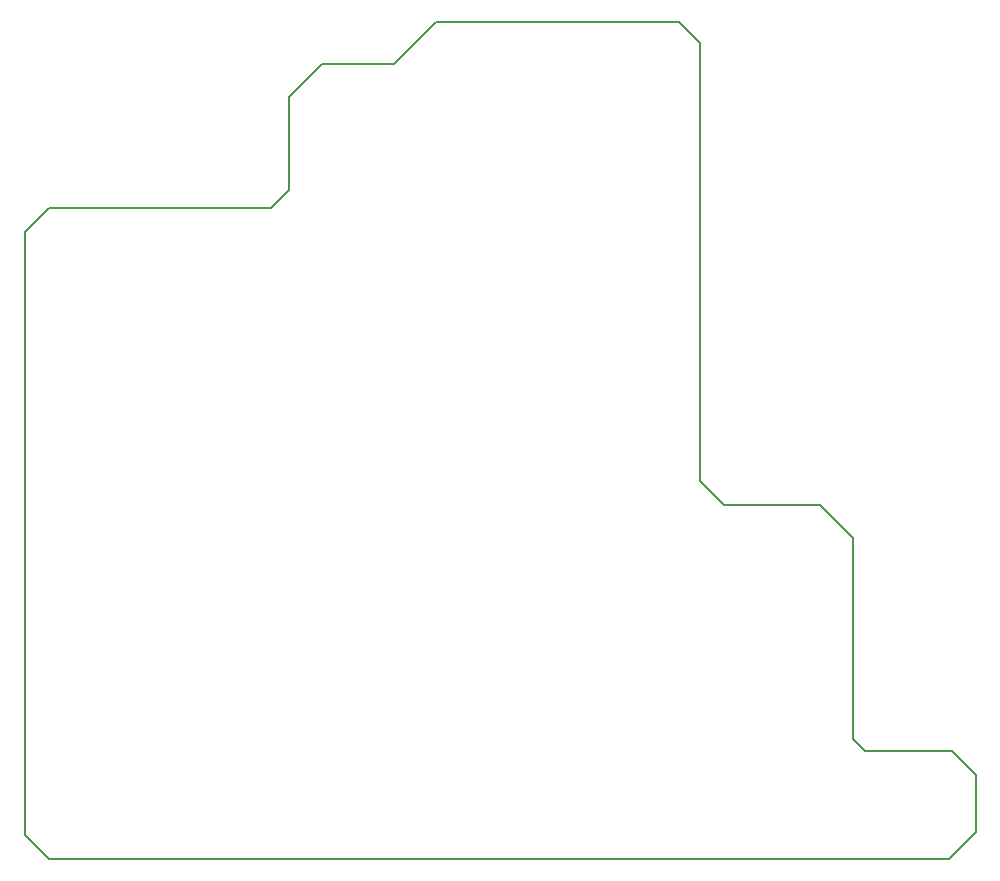
<source format=gm1>
G04 #@! TF.FileFunction,Profile,NP*
%FSLAX46Y46*%
G04 Gerber Fmt 4.6, Leading zero omitted, Abs format (unit mm)*
G04 Created by KiCad (PCBNEW 4.0.5) date 11/29/17 15:11:43*
%MOMM*%
%LPD*%
G01*
G04 APERTURE LIST*
%ADD10C,0.100000*%
%ADD11C,0.150000*%
G04 APERTURE END LIST*
D10*
D11*
X119888000Y-62738000D02*
X122682000Y-59944000D01*
X119888000Y-62738000D02*
X119888000Y-70612000D01*
X128778000Y-59944000D02*
X122682000Y-59944000D01*
X132334000Y-56388000D02*
X128778000Y-59944000D01*
X152908000Y-56388000D02*
X132334000Y-56388000D01*
X154686000Y-58166000D02*
X152908000Y-56388000D01*
X154686000Y-95250000D02*
X154686000Y-58166000D01*
X155194000Y-95758000D02*
X154686000Y-95250000D01*
X155448000Y-96012000D02*
X155194000Y-95758000D01*
X156718000Y-97282000D02*
X155448000Y-96012000D01*
X164846000Y-97282000D02*
X156718000Y-97282000D01*
X167640000Y-100076000D02*
X164846000Y-97282000D01*
X167640000Y-117094000D02*
X167640000Y-100076000D01*
X168656000Y-118110000D02*
X167640000Y-117094000D01*
X176022000Y-118110000D02*
X168656000Y-118110000D01*
X178054000Y-120142000D02*
X176022000Y-118110000D01*
X178054000Y-124968000D02*
X178054000Y-120142000D01*
X175768000Y-127254000D02*
X178054000Y-124968000D01*
X99568000Y-127254000D02*
X175768000Y-127254000D01*
X97536000Y-125222000D02*
X99568000Y-127254000D01*
X97536000Y-74168000D02*
X97536000Y-125222000D01*
X99568000Y-72136000D02*
X97536000Y-74168000D01*
X118364000Y-72136000D02*
X99568000Y-72136000D01*
X119888000Y-70612000D02*
X118364000Y-72136000D01*
M02*

</source>
